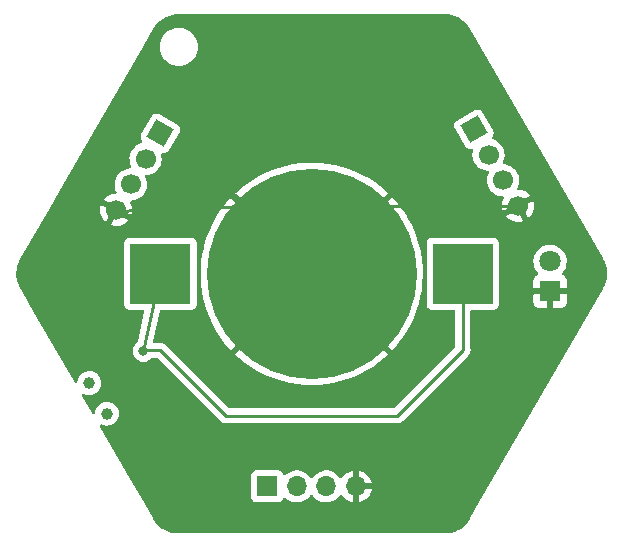
<source format=gbr>
%TF.GenerationSoftware,KiCad,Pcbnew,(6.0.5-0)*%
%TF.CreationDate,2022-06-08T15:31:10+08:00*%
%TF.ProjectId,dtl,64746c2e-6b69-4636-9164-5f7063625858,rev?*%
%TF.SameCoordinates,Original*%
%TF.FileFunction,Copper,L2,Bot*%
%TF.FilePolarity,Positive*%
%FSLAX46Y46*%
G04 Gerber Fmt 4.6, Leading zero omitted, Abs format (unit mm)*
G04 Created by KiCad (PCBNEW (6.0.5-0)) date 2022-06-08 15:31:10*
%MOMM*%
%LPD*%
G01*
G04 APERTURE LIST*
G04 Aperture macros list*
%AMHorizOval*
0 Thick line with rounded ends*
0 $1 width*
0 $2 $3 position (X,Y) of the first rounded end (center of the circle)*
0 $4 $5 position (X,Y) of the second rounded end (center of the circle)*
0 Add line between two ends*
20,1,$1,$2,$3,$4,$5,0*
0 Add two circle primitives to create the rounded ends*
1,1,$1,$2,$3*
1,1,$1,$4,$5*%
%AMRotRect*
0 Rectangle, with rotation*
0 The origin of the aperture is its center*
0 $1 length*
0 $2 width*
0 $3 Rotation angle, in degrees counterclockwise*
0 Add horizontal line*
21,1,$1,$2,0,0,$3*%
G04 Aperture macros list end*
%TA.AperFunction,ComponentPad*%
%ADD10C,1.000000*%
%TD*%
%TA.AperFunction,ComponentPad*%
%ADD11RotRect,1.700000X1.700000X330.000000*%
%TD*%
%TA.AperFunction,ComponentPad*%
%ADD12HorizOval,1.700000X0.000000X0.000000X0.000000X0.000000X0*%
%TD*%
%TA.AperFunction,ComponentPad*%
%ADD13R,1.700000X1.700000*%
%TD*%
%TA.AperFunction,ComponentPad*%
%ADD14O,1.700000X1.700000*%
%TD*%
%TA.AperFunction,SMDPad,CuDef*%
%ADD15R,5.100000X5.100000*%
%TD*%
%TA.AperFunction,SMDPad,CuDef*%
%ADD16C,17.800000*%
%TD*%
%TA.AperFunction,ComponentPad*%
%ADD17R,1.800000X1.800000*%
%TD*%
%TA.AperFunction,ComponentPad*%
%ADD18C,1.800000*%
%TD*%
%TA.AperFunction,ComponentPad*%
%ADD19RotRect,1.700000X1.700000X30.000000*%
%TD*%
%TA.AperFunction,ComponentPad*%
%ADD20HorizOval,1.700000X0.000000X0.000000X0.000000X0.000000X0*%
%TD*%
%TA.AperFunction,ViaPad*%
%ADD21C,0.800000*%
%TD*%
%TA.AperFunction,Conductor*%
%ADD22C,0.250000*%
%TD*%
G04 APERTURE END LIST*
D10*
%TO.P,SW2,8*%
%TO.N,N/C*%
X197277937Y-69351631D03*
%TO.P,SW2,9*%
X198777937Y-71949707D03*
%TD*%
D11*
%TO.P,J1,1,Pin_1*%
%TO.N,Net-(Q7-Pad2)*%
X203300000Y-48209104D03*
D12*
%TO.P,J1,2,Pin_2*%
%TO.N,Net-(D1-Pad1)*%
X202050000Y-50374168D03*
%TO.P,J1,3,Pin_3*%
%TO.N,unconnected-(J1-Pad3)*%
X200800000Y-52539231D03*
%TO.P,J1,4,Pin_4*%
%TO.N,GND2*%
X199550000Y-54704295D03*
%TD*%
D13*
%TO.P,J3,1,Pin_1*%
%TO.N,Net-(Q7-Pad2)*%
X212361606Y-78110669D03*
D14*
%TO.P,J3,2,Pin_2*%
%TO.N,unconnected-(J3-Pad2)*%
X214861606Y-78110669D03*
%TO.P,J3,3,Pin_3*%
%TO.N,Net-(D8-Pad1)*%
X217361606Y-78110669D03*
%TO.P,J3,4,Pin_4*%
%TO.N,GND2*%
X219861606Y-78110669D03*
%TD*%
D15*
%TO.P,BT1,1,+*%
%TO.N,Net-(BT1-Pad1)*%
X203311606Y-60110669D03*
X228911606Y-60110669D03*
D16*
%TO.P,BT1,2,-*%
%TO.N,GND2*%
X216111606Y-60110669D03*
%TD*%
D17*
%TO.P,D12,1,K*%
%TO.N,GND2*%
X236296106Y-61606669D03*
D18*
%TO.P,D12,2,A*%
%TO.N,Net-(D12-Pad2)*%
X236296106Y-59066669D03*
%TD*%
D19*
%TO.P,J9,1,Pin_1*%
%TO.N,unconnected-(J9-Pad1)*%
X229834106Y-47865669D03*
D20*
%TO.P,J9,2,Pin_2*%
%TO.N,Net-(J9-Pad2)*%
X231084106Y-50030733D03*
%TO.P,J9,3,Pin_3*%
X232334106Y-52195796D03*
%TO.P,J9,4,Pin_4*%
%TO.N,GND2*%
X233584106Y-54360860D03*
%TD*%
D21*
%TO.N,Net-(BT1-Pad1)*%
X201860000Y-66650000D03*
%TO.N,GND2*%
X216300000Y-43800000D03*
%TD*%
D22*
%TO.N,GND2*%
X221861415Y-54360860D02*
X216111606Y-60110669D01*
X210355901Y-54354964D02*
X216111606Y-60110669D01*
X233584106Y-54360860D02*
X221861415Y-54360860D01*
X199550000Y-54804295D02*
X210355901Y-54354964D01*
%TO.N,Net-(BT1-Pad1)*%
X203311606Y-66590169D02*
X208864106Y-72142669D01*
X203311606Y-60110669D02*
X201860000Y-66650000D01*
X228911606Y-66536169D02*
X228911606Y-60110669D01*
X208864106Y-72142669D02*
X223342106Y-72142669D01*
X228930106Y-66554669D02*
X228911606Y-66536169D01*
X223342106Y-72142669D02*
X228930106Y-66554669D01*
X201919831Y-66590169D02*
X201860000Y-66650000D01*
X203311606Y-66590169D02*
X201919831Y-66590169D01*
%TD*%
%TA.AperFunction,Conductor*%
%TO.N,GND2*%
G36*
X227338348Y-38113265D02*
G01*
X227353174Y-38115574D01*
X227353181Y-38115574D01*
X227362049Y-38116955D01*
X227370952Y-38115791D01*
X227370954Y-38115791D01*
X227379661Y-38114653D01*
X227403321Y-38113803D01*
X227567556Y-38123370D01*
X227650246Y-38128186D01*
X227664791Y-38129886D01*
X227811978Y-38155840D01*
X227935683Y-38177654D01*
X227949940Y-38181034D01*
X228213432Y-38259920D01*
X228227201Y-38264931D01*
X228479771Y-38373881D01*
X228492864Y-38380457D01*
X228731064Y-38517982D01*
X228743306Y-38526033D01*
X228963942Y-38690290D01*
X228975167Y-38699709D01*
X229175238Y-38888467D01*
X229185292Y-38899124D01*
X229362095Y-39109828D01*
X229370845Y-39121581D01*
X229493159Y-39307546D01*
X229502787Y-39322185D01*
X229515029Y-39345964D01*
X229518400Y-39354677D01*
X229526686Y-39365495D01*
X229537757Y-39379949D01*
X229546847Y-39393566D01*
X240759679Y-58814759D01*
X240768073Y-58832297D01*
X240776730Y-58854674D01*
X240782186Y-58861797D01*
X240782188Y-58861801D01*
X240787528Y-58868773D01*
X240800094Y-58888837D01*
X240911107Y-59109884D01*
X240916907Y-59123330D01*
X241010983Y-59381798D01*
X241015186Y-59395835D01*
X241078622Y-59663488D01*
X241081166Y-59677917D01*
X241113101Y-59951117D01*
X241113953Y-59965745D01*
X241113956Y-60240807D01*
X241113104Y-60255432D01*
X241098247Y-60382555D01*
X241081175Y-60528632D01*
X241078631Y-60543062D01*
X241015201Y-60810713D01*
X241011000Y-60824747D01*
X240916934Y-61083208D01*
X240916930Y-61083218D01*
X240911126Y-61096673D01*
X240803457Y-61311067D01*
X240788990Y-61333553D01*
X240788634Y-61333995D01*
X240788629Y-61334003D01*
X240783000Y-61340992D01*
X240770793Y-61370392D01*
X240763552Y-61385060D01*
X230320918Y-79472233D01*
X229550715Y-80806264D01*
X229539727Y-80822296D01*
X229524675Y-80840983D01*
X229517864Y-80857386D01*
X229506777Y-80878289D01*
X229370851Y-81084954D01*
X229362106Y-81096700D01*
X229185302Y-81307404D01*
X229175247Y-81318062D01*
X228975173Y-81506820D01*
X228963950Y-81516237D01*
X228853637Y-81598360D01*
X228743325Y-81680482D01*
X228731083Y-81688534D01*
X228492875Y-81826060D01*
X228479780Y-81832636D01*
X228227212Y-81941579D01*
X228213443Y-81946590D01*
X227949948Y-82025470D01*
X227935690Y-82028849D01*
X227664814Y-82076606D01*
X227650261Y-82078307D01*
X227541726Y-82084626D01*
X227410389Y-82092273D01*
X227383680Y-82090984D01*
X227374618Y-82089573D01*
X227365715Y-82090737D01*
X227365713Y-82090737D01*
X227343043Y-82093701D01*
X227326709Y-82094764D01*
X204901040Y-82094764D01*
X204881652Y-82093263D01*
X204866826Y-82090954D01*
X204866819Y-82090954D01*
X204857951Y-82089573D01*
X204849048Y-82090737D01*
X204849046Y-82090737D01*
X204840339Y-82091875D01*
X204816679Y-82092725D01*
X204652850Y-82083182D01*
X204569749Y-82078342D01*
X204555201Y-82076641D01*
X204419756Y-82052759D01*
X204284313Y-82028876D01*
X204270057Y-82025497D01*
X204006549Y-81946610D01*
X203992786Y-81941601D01*
X203837805Y-81874750D01*
X203740206Y-81832651D01*
X203727113Y-81826075D01*
X203488906Y-81688551D01*
X203476664Y-81680500D01*
X203256021Y-81516245D01*
X203244804Y-81506834D01*
X203044712Y-81318068D01*
X203034669Y-81307423D01*
X202857848Y-81096711D01*
X202849098Y-81084958D01*
X202717314Y-80884607D01*
X202705072Y-80860831D01*
X202704830Y-80860204D01*
X202704827Y-80860199D01*
X202701591Y-80851835D01*
X202682241Y-80826574D01*
X202673149Y-80812954D01*
X201631522Y-79008803D01*
X211003106Y-79008803D01*
X211009861Y-79070985D01*
X211060991Y-79207374D01*
X211148345Y-79323930D01*
X211264901Y-79411284D01*
X211401290Y-79462414D01*
X211463472Y-79469169D01*
X213259740Y-79469169D01*
X213321922Y-79462414D01*
X213458311Y-79411284D01*
X213574867Y-79323930D01*
X213662221Y-79207374D01*
X213694121Y-79122281D01*
X213736762Y-79065516D01*
X213803324Y-79040816D01*
X213872673Y-79056023D01*
X213899891Y-79077985D01*
X213900776Y-79077081D01*
X213904470Y-79080698D01*
X213907856Y-79084607D01*
X214079732Y-79227301D01*
X214272606Y-79340007D01*
X214481298Y-79419699D01*
X214486366Y-79420730D01*
X214486369Y-79420731D01*
X214581468Y-79440079D01*
X214700203Y-79464236D01*
X214705378Y-79464426D01*
X214705380Y-79464426D01*
X214918279Y-79472233D01*
X214918283Y-79472233D01*
X214923443Y-79472422D01*
X214928563Y-79471766D01*
X214928565Y-79471766D01*
X215139894Y-79444694D01*
X215139895Y-79444694D01*
X215145022Y-79444037D01*
X215149972Y-79442552D01*
X215354035Y-79381330D01*
X215354040Y-79381328D01*
X215358990Y-79379843D01*
X215559600Y-79281565D01*
X215741466Y-79151842D01*
X215771131Y-79122281D01*
X215885006Y-79008803D01*
X215899702Y-78994158D01*
X215959420Y-78911052D01*
X216010287Y-78840262D01*
X216066282Y-78796614D01*
X216136985Y-78790168D01*
X216199950Y-78822971D01*
X216220043Y-78847954D01*
X216258893Y-78911352D01*
X216258897Y-78911357D01*
X216261593Y-78915757D01*
X216407856Y-79084607D01*
X216579732Y-79227301D01*
X216772606Y-79340007D01*
X216981298Y-79419699D01*
X216986366Y-79420730D01*
X216986369Y-79420731D01*
X217081468Y-79440079D01*
X217200203Y-79464236D01*
X217205378Y-79464426D01*
X217205380Y-79464426D01*
X217418279Y-79472233D01*
X217418283Y-79472233D01*
X217423443Y-79472422D01*
X217428563Y-79471766D01*
X217428565Y-79471766D01*
X217639894Y-79444694D01*
X217639895Y-79444694D01*
X217645022Y-79444037D01*
X217649972Y-79442552D01*
X217854035Y-79381330D01*
X217854040Y-79381328D01*
X217858990Y-79379843D01*
X218059600Y-79281565D01*
X218241466Y-79151842D01*
X218271131Y-79122281D01*
X218385006Y-79008803D01*
X218399702Y-78994158D01*
X218459204Y-78911352D01*
X218510604Y-78839821D01*
X218566599Y-78796173D01*
X218637302Y-78789727D01*
X218700267Y-78822530D01*
X218720360Y-78847513D01*
X218759296Y-78911052D01*
X218765383Y-78919368D01*
X218904819Y-79080336D01*
X218912186Y-79087552D01*
X219076040Y-79223585D01*
X219084487Y-79229500D01*
X219268362Y-79336948D01*
X219277648Y-79341398D01*
X219476607Y-79417372D01*
X219486505Y-79420248D01*
X219589856Y-79441275D01*
X219603905Y-79440079D01*
X219607606Y-79429734D01*
X219607606Y-79429186D01*
X220115606Y-79429186D01*
X220119670Y-79443028D01*
X220133084Y-79445062D01*
X220139790Y-79444203D01*
X220149868Y-79442061D01*
X220353861Y-79380860D01*
X220363448Y-79377102D01*
X220554701Y-79283408D01*
X220563551Y-79278133D01*
X220736934Y-79154461D01*
X220744806Y-79147808D01*
X220895658Y-78997481D01*
X220902336Y-78989634D01*
X221026609Y-78816689D01*
X221031919Y-78807852D01*
X221126276Y-78616936D01*
X221130075Y-78607341D01*
X221191983Y-78403579D01*
X221194161Y-78393506D01*
X221195592Y-78382631D01*
X221193381Y-78368447D01*
X221180223Y-78364669D01*
X220133721Y-78364669D01*
X220118482Y-78369144D01*
X220117277Y-78370534D01*
X220115606Y-78378217D01*
X220115606Y-79429186D01*
X219607606Y-79429186D01*
X219607606Y-77838554D01*
X220115606Y-77838554D01*
X220120081Y-77853793D01*
X220121471Y-77854998D01*
X220129154Y-77856669D01*
X221179950Y-77856669D01*
X221193481Y-77852696D01*
X221194786Y-77843616D01*
X221152820Y-77676544D01*
X221149500Y-77666793D01*
X221064578Y-77471483D01*
X221059711Y-77462408D01*
X220944032Y-77283595D01*
X220937742Y-77275426D01*
X220794412Y-77117909D01*
X220786879Y-77110884D01*
X220619745Y-76978891D01*
X220611158Y-76973186D01*
X220424723Y-76870268D01*
X220415311Y-76866038D01*
X220214565Y-76794949D01*
X220204594Y-76792315D01*
X220133443Y-76779641D01*
X220120146Y-76781101D01*
X220115606Y-76795658D01*
X220115606Y-77838554D01*
X219607606Y-77838554D01*
X219607606Y-76793771D01*
X219603688Y-76780427D01*
X219589412Y-76778440D01*
X219550930Y-76784329D01*
X219540894Y-76786720D01*
X219338474Y-76852881D01*
X219328965Y-76856878D01*
X219140069Y-76955211D01*
X219131344Y-76960705D01*
X218961039Y-77088574D01*
X218953332Y-77095417D01*
X218806196Y-77249386D01*
X218799714Y-77257391D01*
X218715634Y-77380647D01*
X218660722Y-77425649D01*
X218590198Y-77433820D01*
X218526451Y-77402566D01*
X218505754Y-77378082D01*
X218444428Y-77283286D01*
X218444426Y-77283283D01*
X218441620Y-77278946D01*
X218291276Y-77113720D01*
X218287225Y-77110521D01*
X218287221Y-77110517D01*
X218120020Y-76978469D01*
X218120016Y-76978467D01*
X218115965Y-76975267D01*
X218079634Y-76955211D01*
X218063742Y-76946438D01*
X217920395Y-76867307D01*
X217915526Y-76865583D01*
X217915522Y-76865581D01*
X217714693Y-76794464D01*
X217714689Y-76794463D01*
X217709818Y-76792738D01*
X217704725Y-76791831D01*
X217704722Y-76791830D01*
X217494979Y-76754469D01*
X217494973Y-76754468D01*
X217489890Y-76753563D01*
X217416058Y-76752661D01*
X217271687Y-76750897D01*
X217271685Y-76750897D01*
X217266517Y-76750834D01*
X217045697Y-76784624D01*
X216833362Y-76854026D01*
X216635213Y-76957176D01*
X216631080Y-76960279D01*
X216631077Y-76960281D01*
X216548377Y-77022374D01*
X216456571Y-77091304D01*
X216302235Y-77252807D01*
X216215338Y-77380194D01*
X216160429Y-77425194D01*
X216089904Y-77433365D01*
X216026157Y-77402111D01*
X216005460Y-77377627D01*
X215944428Y-77283286D01*
X215944426Y-77283283D01*
X215941620Y-77278946D01*
X215791276Y-77113720D01*
X215787225Y-77110521D01*
X215787221Y-77110517D01*
X215620020Y-76978469D01*
X215620016Y-76978467D01*
X215615965Y-76975267D01*
X215579634Y-76955211D01*
X215563742Y-76946438D01*
X215420395Y-76867307D01*
X215415526Y-76865583D01*
X215415522Y-76865581D01*
X215214693Y-76794464D01*
X215214689Y-76794463D01*
X215209818Y-76792738D01*
X215204725Y-76791831D01*
X215204722Y-76791830D01*
X214994979Y-76754469D01*
X214994973Y-76754468D01*
X214989890Y-76753563D01*
X214916058Y-76752661D01*
X214771687Y-76750897D01*
X214771685Y-76750897D01*
X214766517Y-76750834D01*
X214545697Y-76784624D01*
X214333362Y-76854026D01*
X214135213Y-76957176D01*
X214131080Y-76960279D01*
X214131077Y-76960281D01*
X214048377Y-77022374D01*
X213956571Y-77091304D01*
X213953004Y-77095037D01*
X213952998Y-77095042D01*
X213904617Y-77145670D01*
X213843093Y-77181099D01*
X213772180Y-77177642D01*
X213714394Y-77136395D01*
X213695542Y-77102847D01*
X213665374Y-77022374D01*
X213665373Y-77022372D01*
X213662221Y-77013964D01*
X213574867Y-76897408D01*
X213458311Y-76810054D01*
X213321922Y-76758924D01*
X213259740Y-76752169D01*
X211463472Y-76752169D01*
X211401290Y-76758924D01*
X211264901Y-76810054D01*
X211148345Y-76897408D01*
X211060991Y-77013964D01*
X211009861Y-77150353D01*
X211003106Y-77212535D01*
X211003106Y-79008803D01*
X201631522Y-79008803D01*
X200395128Y-76867307D01*
X198187357Y-73043335D01*
X198170619Y-72974341D01*
X198193839Y-72907249D01*
X198249647Y-72863362D01*
X198320322Y-72856613D01*
X198357946Y-72870348D01*
X198366848Y-72875323D01*
X198366852Y-72875325D01*
X198372231Y-72878331D01*
X198560329Y-72939447D01*
X198756714Y-72962865D01*
X198762849Y-72962393D01*
X198762851Y-72962393D01*
X198947767Y-72948164D01*
X198947771Y-72948163D01*
X198953909Y-72947691D01*
X199144400Y-72894505D01*
X199149904Y-72891725D01*
X199149906Y-72891724D01*
X199315432Y-72808111D01*
X199315434Y-72808110D01*
X199320933Y-72805332D01*
X199476784Y-72683568D01*
X199606015Y-72533852D01*
X199703706Y-72361886D01*
X199766134Y-72174220D01*
X199790922Y-71978002D01*
X199791317Y-71949707D01*
X199772017Y-71752874D01*
X199714853Y-71563538D01*
X199622003Y-71388911D01*
X199551646Y-71302645D01*
X199500897Y-71240420D01*
X199500894Y-71240417D01*
X199497002Y-71235645D01*
X199490661Y-71230399D01*
X199349362Y-71113506D01*
X199349358Y-71113504D01*
X199344612Y-71109577D01*
X199170638Y-71015509D01*
X198981705Y-70957025D01*
X198975580Y-70956381D01*
X198975579Y-70956381D01*
X198791141Y-70936996D01*
X198791139Y-70936996D01*
X198785012Y-70936352D01*
X198702513Y-70943860D01*
X198594188Y-70953718D01*
X198594185Y-70953719D01*
X198588049Y-70954277D01*
X198582143Y-70956015D01*
X198582139Y-70956016D01*
X198477013Y-70986956D01*
X198398318Y-71010117D01*
X198392860Y-71012970D01*
X198392856Y-71012972D01*
X198302084Y-71060427D01*
X198223047Y-71101747D01*
X198068912Y-71225675D01*
X197941783Y-71377181D01*
X197938816Y-71382579D01*
X197938812Y-71382584D01*
X197870805Y-71506290D01*
X197846504Y-71550494D01*
X197844643Y-71556361D01*
X197844642Y-71556363D01*
X197788564Y-71733143D01*
X197786702Y-71739013D01*
X197774234Y-71850168D01*
X197772094Y-71869246D01*
X197744623Y-71934713D01*
X197686119Y-71974935D01*
X197615157Y-71977142D01*
X197554266Y-71940634D01*
X197537760Y-71918201D01*
X197445850Y-71759008D01*
X196687357Y-70445259D01*
X196670619Y-70376265D01*
X196693839Y-70309173D01*
X196749647Y-70265286D01*
X196820322Y-70258537D01*
X196857946Y-70272272D01*
X196866848Y-70277247D01*
X196866852Y-70277249D01*
X196872231Y-70280255D01*
X197060329Y-70341371D01*
X197256714Y-70364789D01*
X197262849Y-70364317D01*
X197262851Y-70364317D01*
X197447767Y-70350088D01*
X197447771Y-70350087D01*
X197453909Y-70349615D01*
X197644400Y-70296429D01*
X197649904Y-70293649D01*
X197649906Y-70293648D01*
X197815432Y-70210035D01*
X197815434Y-70210034D01*
X197820933Y-70207256D01*
X197976784Y-70085492D01*
X198106015Y-69935776D01*
X198203706Y-69763810D01*
X198266134Y-69576144D01*
X198290922Y-69379926D01*
X198291317Y-69351631D01*
X198272017Y-69154798D01*
X198214853Y-68965462D01*
X198122003Y-68790835D01*
X198051646Y-68704569D01*
X198000897Y-68642344D01*
X198000894Y-68642341D01*
X197997002Y-68637569D01*
X197990661Y-68632323D01*
X197849362Y-68515430D01*
X197849358Y-68515428D01*
X197844612Y-68511501D01*
X197670638Y-68417433D01*
X197481705Y-68358949D01*
X197475580Y-68358305D01*
X197475579Y-68358305D01*
X197291141Y-68338920D01*
X197291139Y-68338920D01*
X197285012Y-68338276D01*
X197202513Y-68345784D01*
X197094188Y-68355642D01*
X197094185Y-68355643D01*
X197088049Y-68356201D01*
X197082143Y-68357939D01*
X197082139Y-68357940D01*
X196977013Y-68388880D01*
X196898318Y-68412041D01*
X196892860Y-68414894D01*
X196892856Y-68414896D01*
X196802084Y-68462351D01*
X196723047Y-68503671D01*
X196568912Y-68627599D01*
X196441783Y-68779105D01*
X196438816Y-68784503D01*
X196438812Y-68784508D01*
X196413095Y-68831288D01*
X196346504Y-68952418D01*
X196344643Y-68958285D01*
X196344642Y-68958287D01*
X196321467Y-69031343D01*
X196286702Y-69140937D01*
X196274234Y-69252092D01*
X196272094Y-69271170D01*
X196244623Y-69336637D01*
X196186119Y-69376859D01*
X196115157Y-69379066D01*
X196054266Y-69342558D01*
X196037760Y-69320125D01*
X195972229Y-69206621D01*
X192869230Y-63832070D01*
X192220711Y-62708803D01*
X200253106Y-62708803D01*
X200259861Y-62770985D01*
X200310991Y-62907374D01*
X200398345Y-63023930D01*
X200514901Y-63111284D01*
X200651290Y-63162414D01*
X200713472Y-63169169D01*
X201826721Y-63169169D01*
X201894842Y-63189171D01*
X201941335Y-63242827D01*
X201951439Y-63313101D01*
X201949727Y-63322474D01*
X201399017Y-65803364D01*
X201393850Y-65826640D01*
X201359561Y-65888807D01*
X201344905Y-65901271D01*
X201269426Y-65956110D01*
X201248747Y-65971134D01*
X201244326Y-65976044D01*
X201244325Y-65976045D01*
X201156502Y-66073583D01*
X201120960Y-66113056D01*
X201025473Y-66278444D01*
X200966458Y-66460072D01*
X200965768Y-66466633D01*
X200965768Y-66466635D01*
X200952317Y-66594616D01*
X200946496Y-66650000D01*
X200947186Y-66656565D01*
X200964842Y-66824548D01*
X200966458Y-66839928D01*
X201025473Y-67021556D01*
X201028776Y-67027278D01*
X201028777Y-67027279D01*
X201032450Y-67033641D01*
X201120960Y-67186944D01*
X201248747Y-67328866D01*
X201403248Y-67441118D01*
X201409276Y-67443802D01*
X201409278Y-67443803D01*
X201571681Y-67516109D01*
X201577712Y-67518794D01*
X201671113Y-67538647D01*
X201758056Y-67557128D01*
X201758061Y-67557128D01*
X201764513Y-67558500D01*
X201955487Y-67558500D01*
X201961939Y-67557128D01*
X201961944Y-67557128D01*
X202048887Y-67538647D01*
X202142288Y-67518794D01*
X202148319Y-67516109D01*
X202310722Y-67443803D01*
X202310724Y-67443802D01*
X202316752Y-67441118D01*
X202471253Y-67328866D01*
X202528436Y-67265358D01*
X202588882Y-67228119D01*
X202622072Y-67223669D01*
X202997012Y-67223669D01*
X203065133Y-67243671D01*
X203086107Y-67260574D01*
X208360454Y-72534922D01*
X208367994Y-72543208D01*
X208372106Y-72549687D01*
X208377883Y-72555112D01*
X208421757Y-72596312D01*
X208424599Y-72599067D01*
X208444336Y-72618804D01*
X208447533Y-72621284D01*
X208456553Y-72628987D01*
X208488785Y-72659255D01*
X208495731Y-72663074D01*
X208495734Y-72663076D01*
X208506540Y-72669017D01*
X208523059Y-72679868D01*
X208539065Y-72692283D01*
X208546334Y-72695428D01*
X208546338Y-72695431D01*
X208579643Y-72709843D01*
X208590293Y-72715060D01*
X208629046Y-72736364D01*
X208636721Y-72738335D01*
X208636722Y-72738335D01*
X208648668Y-72741402D01*
X208667373Y-72747806D01*
X208685961Y-72755850D01*
X208693784Y-72757089D01*
X208693794Y-72757092D01*
X208729630Y-72762768D01*
X208741250Y-72765174D01*
X208773065Y-72773342D01*
X208784076Y-72776169D01*
X208804330Y-72776169D01*
X208824040Y-72777720D01*
X208844049Y-72780889D01*
X208851941Y-72780143D01*
X208870686Y-72778371D01*
X208888068Y-72776728D01*
X208899925Y-72776169D01*
X223263339Y-72776169D01*
X223274522Y-72776696D01*
X223282015Y-72778371D01*
X223289941Y-72778122D01*
X223289942Y-72778122D01*
X223350092Y-72776231D01*
X223354051Y-72776169D01*
X223381962Y-72776169D01*
X223385897Y-72775672D01*
X223385962Y-72775664D01*
X223397799Y-72774731D01*
X223430057Y-72773717D01*
X223434076Y-72773591D01*
X223441995Y-72773342D01*
X223461449Y-72767690D01*
X223480806Y-72763682D01*
X223493036Y-72762137D01*
X223493037Y-72762137D01*
X223500903Y-72761143D01*
X223508274Y-72758224D01*
X223508276Y-72758224D01*
X223542018Y-72744865D01*
X223553248Y-72741020D01*
X223588089Y-72730898D01*
X223588090Y-72730898D01*
X223595699Y-72728687D01*
X223602518Y-72724654D01*
X223602523Y-72724652D01*
X223613134Y-72718376D01*
X223630882Y-72709681D01*
X223649723Y-72702221D01*
X223685493Y-72676233D01*
X223695413Y-72669717D01*
X223726641Y-72651249D01*
X223726644Y-72651247D01*
X223733468Y-72647211D01*
X223747789Y-72632890D01*
X223762823Y-72620049D01*
X223772800Y-72612800D01*
X223779213Y-72608141D01*
X223807404Y-72574064D01*
X223815394Y-72565285D01*
X229327288Y-67053391D01*
X229345559Y-67038275D01*
X229345816Y-67038100D01*
X229352377Y-67033641D01*
X229363032Y-67021556D01*
X229389524Y-66991506D01*
X229394943Y-66985736D01*
X229406240Y-66974439D01*
X229408665Y-66971313D01*
X229408670Y-66971307D01*
X229416032Y-66961815D01*
X229421081Y-66955712D01*
X229452985Y-66919525D01*
X229452989Y-66919519D01*
X229458226Y-66913579D01*
X229461966Y-66906239D01*
X229474675Y-66886212D01*
X229479719Y-66879710D01*
X229502017Y-66828182D01*
X229505386Y-66821023D01*
X229527295Y-66778024D01*
X229530892Y-66770965D01*
X229532620Y-66763235D01*
X229532622Y-66763229D01*
X229532690Y-66762923D01*
X229540017Y-66740370D01*
X229543287Y-66732814D01*
X229552069Y-66677363D01*
X229553553Y-66669590D01*
X229564079Y-66622502D01*
X229564080Y-66622490D01*
X229565808Y-66614760D01*
X229565549Y-66606519D01*
X229567038Y-66582851D01*
X229567085Y-66582554D01*
X229568325Y-66574726D01*
X229563042Y-66518831D01*
X229562545Y-66510933D01*
X229561029Y-66462701D01*
X229561029Y-66462700D01*
X229560780Y-66454780D01*
X229558482Y-66446869D01*
X229554038Y-66423573D01*
X229554009Y-66423268D01*
X229553263Y-66415377D01*
X229550578Y-66407918D01*
X229548849Y-66400185D01*
X229550193Y-66399884D01*
X229545106Y-66370729D01*
X229545106Y-63295169D01*
X229565108Y-63227048D01*
X229618764Y-63180555D01*
X229671106Y-63169169D01*
X231509740Y-63169169D01*
X231571922Y-63162414D01*
X231708311Y-63111284D01*
X231824867Y-63023930D01*
X231912221Y-62907374D01*
X231963351Y-62770985D01*
X231970106Y-62708803D01*
X231970106Y-62551338D01*
X234888107Y-62551338D01*
X234888477Y-62558159D01*
X234894001Y-62609021D01*
X234897627Y-62624273D01*
X234942782Y-62744723D01*
X234951320Y-62760318D01*
X235027821Y-62862393D01*
X235040382Y-62874954D01*
X235142457Y-62951455D01*
X235158052Y-62959993D01*
X235278500Y-63005147D01*
X235293755Y-63008774D01*
X235344620Y-63014300D01*
X235351434Y-63014669D01*
X236023991Y-63014669D01*
X236039230Y-63010194D01*
X236040435Y-63008804D01*
X236042106Y-63001121D01*
X236042106Y-62996553D01*
X236550106Y-62996553D01*
X236554581Y-63011792D01*
X236555971Y-63012997D01*
X236563654Y-63014668D01*
X237240775Y-63014668D01*
X237247596Y-63014298D01*
X237298458Y-63008774D01*
X237313710Y-63005148D01*
X237434160Y-62959993D01*
X237449755Y-62951455D01*
X237551830Y-62874954D01*
X237564391Y-62862393D01*
X237640892Y-62760318D01*
X237649430Y-62744723D01*
X237694584Y-62624275D01*
X237698211Y-62609020D01*
X237703737Y-62558155D01*
X237704106Y-62551341D01*
X237704106Y-61878784D01*
X237699631Y-61863545D01*
X237698241Y-61862340D01*
X237690558Y-61860669D01*
X236568221Y-61860669D01*
X236552982Y-61865144D01*
X236551777Y-61866534D01*
X236550106Y-61874217D01*
X236550106Y-62996553D01*
X236042106Y-62996553D01*
X236042106Y-61878784D01*
X236037631Y-61863545D01*
X236036241Y-61862340D01*
X236028558Y-61860669D01*
X234906222Y-61860669D01*
X234890983Y-61865144D01*
X234889778Y-61866534D01*
X234888107Y-61874217D01*
X234888107Y-62551338D01*
X231970106Y-62551338D01*
X231970106Y-59032138D01*
X234883201Y-59032138D01*
X234883498Y-59037291D01*
X234883498Y-59037294D01*
X234889173Y-59135710D01*
X234896533Y-59263366D01*
X234897670Y-59268412D01*
X234897671Y-59268418D01*
X234923223Y-59381798D01*
X234947452Y-59489311D01*
X234949394Y-59494093D01*
X234949395Y-59494097D01*
X235024037Y-59677917D01*
X235034590Y-59703906D01*
X235155607Y-59901388D01*
X235158988Y-59905291D01*
X235267759Y-60030860D01*
X235297241Y-60095445D01*
X235287126Y-60165718D01*
X235240625Y-60219366D01*
X235216752Y-60231339D01*
X235158050Y-60253346D01*
X235142457Y-60261883D01*
X235040382Y-60338384D01*
X235027821Y-60350945D01*
X234951320Y-60453020D01*
X234942782Y-60468615D01*
X234897628Y-60589063D01*
X234894001Y-60604318D01*
X234888475Y-60655183D01*
X234888106Y-60661997D01*
X234888106Y-61334554D01*
X234892581Y-61349793D01*
X234893971Y-61350998D01*
X234901654Y-61352669D01*
X237685990Y-61352669D01*
X237701229Y-61348194D01*
X237702434Y-61346804D01*
X237704105Y-61339121D01*
X237704105Y-60662000D01*
X237703735Y-60655179D01*
X237698211Y-60604317D01*
X237694585Y-60589065D01*
X237649430Y-60468615D01*
X237640892Y-60453020D01*
X237564391Y-60350945D01*
X237551830Y-60338384D01*
X237449755Y-60261883D01*
X237434158Y-60253344D01*
X237375521Y-60231362D01*
X237318756Y-60188721D01*
X237294056Y-60122159D01*
X237309263Y-60052810D01*
X237330809Y-60024130D01*
X237368747Y-59986323D01*
X237372409Y-59982674D01*
X237507564Y-59794586D01*
X237531513Y-59746130D01*
X237607890Y-59591591D01*
X237607891Y-59591589D01*
X237610184Y-59586949D01*
X237677514Y-59365340D01*
X237707746Y-59135710D01*
X237709433Y-59066669D01*
X237700207Y-58954450D01*
X237690879Y-58840987D01*
X237690878Y-58840981D01*
X237690455Y-58835836D01*
X237642303Y-58644135D01*
X237635290Y-58616213D01*
X237635289Y-58616209D01*
X237634031Y-58611202D01*
X237631972Y-58606466D01*
X237543736Y-58403537D01*
X237543734Y-58403534D01*
X237541676Y-58398800D01*
X237415870Y-58204334D01*
X237259993Y-58033027D01*
X237255942Y-58029828D01*
X237255938Y-58029824D01*
X237082283Y-57892680D01*
X237082278Y-57892677D01*
X237078229Y-57889479D01*
X237073713Y-57886986D01*
X237073710Y-57886984D01*
X236879985Y-57780042D01*
X236879981Y-57780040D01*
X236875461Y-57777545D01*
X236870592Y-57775821D01*
X236870588Y-57775819D01*
X236662009Y-57701957D01*
X236662005Y-57701956D01*
X236657134Y-57700231D01*
X236652041Y-57699324D01*
X236652038Y-57699323D01*
X236434201Y-57660520D01*
X236434195Y-57660519D01*
X236429112Y-57659614D01*
X236356202Y-57658723D01*
X236202687Y-57656848D01*
X236202685Y-57656848D01*
X236197517Y-57656785D01*
X235968570Y-57691819D01*
X235748420Y-57763775D01*
X235743832Y-57766163D01*
X235743828Y-57766165D01*
X235717171Y-57780042D01*
X235542978Y-57870721D01*
X235538845Y-57873824D01*
X235538842Y-57873826D01*
X235361896Y-58006681D01*
X235357761Y-58009786D01*
X235197745Y-58177233D01*
X235194831Y-58181505D01*
X235194830Y-58181506D01*
X235179258Y-58204334D01*
X235067225Y-58368568D01*
X234969708Y-58578650D01*
X234907813Y-58801838D01*
X234883201Y-59032138D01*
X231970106Y-59032138D01*
X231970106Y-57512535D01*
X231963351Y-57450353D01*
X231912221Y-57313964D01*
X231824867Y-57197408D01*
X231708311Y-57110054D01*
X231571922Y-57058924D01*
X231509740Y-57052169D01*
X226313472Y-57052169D01*
X226251290Y-57058924D01*
X226114901Y-57110054D01*
X225998345Y-57197408D01*
X225910991Y-57313964D01*
X225859861Y-57450353D01*
X225853106Y-57512535D01*
X225853106Y-62708803D01*
X225859861Y-62770985D01*
X225910991Y-62907374D01*
X225998345Y-63023930D01*
X226114901Y-63111284D01*
X226251290Y-63162414D01*
X226313472Y-63169169D01*
X228152106Y-63169169D01*
X228220227Y-63189171D01*
X228266720Y-63242827D01*
X228278106Y-63295169D01*
X228278106Y-66258574D01*
X228258104Y-66326695D01*
X228241201Y-66347669D01*
X223116606Y-71472264D01*
X223054294Y-71506290D01*
X223027511Y-71509169D01*
X209178700Y-71509169D01*
X209110579Y-71489167D01*
X209089605Y-71472264D01*
X204559898Y-66942556D01*
X209645259Y-66942556D01*
X209645283Y-66942895D01*
X209651106Y-66951527D01*
X209984321Y-67256329D01*
X209987452Y-67259013D01*
X210458220Y-67636844D01*
X210461503Y-67639309D01*
X210955694Y-67985988D01*
X210959121Y-67988231D01*
X211474666Y-68302304D01*
X211478201Y-68304304D01*
X212012974Y-68584471D01*
X212016612Y-68586230D01*
X212568318Y-68831288D01*
X212572108Y-68832827D01*
X213138478Y-69041772D01*
X213142343Y-69043058D01*
X213721021Y-69215019D01*
X213724962Y-69216053D01*
X214313523Y-69350311D01*
X214317518Y-69351088D01*
X214913536Y-69447088D01*
X214917575Y-69447605D01*
X215518524Y-69504941D01*
X215522593Y-69505197D01*
X216125990Y-69523633D01*
X216130076Y-69523625D01*
X216733418Y-69503083D01*
X216737462Y-69502814D01*
X217338228Y-69443379D01*
X217342264Y-69442848D01*
X217937927Y-69344771D01*
X217941930Y-69343978D01*
X218530031Y-69207664D01*
X218533951Y-69206621D01*
X219112048Y-69032633D01*
X219115881Y-69031343D01*
X219681520Y-68820422D01*
X219685313Y-68818866D01*
X220236150Y-68571888D01*
X220239811Y-68570102D01*
X220773593Y-68288075D01*
X220777099Y-68286075D01*
X221291569Y-67970190D01*
X221294966Y-67967949D01*
X221787973Y-67619527D01*
X221791197Y-67617089D01*
X222260706Y-67237566D01*
X222263773Y-67234919D01*
X222569460Y-66953332D01*
X222577638Y-66939715D01*
X222577624Y-66939256D01*
X222572279Y-66930552D01*
X216124418Y-60482691D01*
X216110474Y-60475077D01*
X216108641Y-60475208D01*
X216102026Y-60479459D01*
X209652873Y-66928612D01*
X209645259Y-66942556D01*
X204559898Y-66942556D01*
X203815258Y-66197916D01*
X203807718Y-66189630D01*
X203803606Y-66183151D01*
X203753954Y-66136525D01*
X203751113Y-66133771D01*
X203731376Y-66114034D01*
X203728179Y-66111554D01*
X203719157Y-66103849D01*
X203692706Y-66079010D01*
X203686927Y-66073583D01*
X203679981Y-66069764D01*
X203679978Y-66069762D01*
X203669172Y-66063821D01*
X203652653Y-66052970D01*
X203652189Y-66052610D01*
X203636647Y-66040555D01*
X203629378Y-66037410D01*
X203629374Y-66037407D01*
X203596069Y-66022995D01*
X203585419Y-66017778D01*
X203546666Y-65996474D01*
X203527043Y-65991436D01*
X203508340Y-65985032D01*
X203497026Y-65980136D01*
X203497025Y-65980136D01*
X203489751Y-65976988D01*
X203481928Y-65975749D01*
X203481918Y-65975746D01*
X203446082Y-65970070D01*
X203434462Y-65967664D01*
X203399317Y-65958641D01*
X203399316Y-65958641D01*
X203391636Y-65956669D01*
X203371382Y-65956669D01*
X203351671Y-65955118D01*
X203339492Y-65953189D01*
X203331663Y-65951949D01*
X203323771Y-65952695D01*
X203287645Y-65956110D01*
X203275787Y-65956669D01*
X202819863Y-65956669D01*
X202751742Y-65936667D01*
X202705249Y-65883011D01*
X202695145Y-65812737D01*
X202696857Y-65803364D01*
X203259690Y-63267864D01*
X203293979Y-63205697D01*
X203356435Y-63171936D01*
X203382696Y-63169169D01*
X205909740Y-63169169D01*
X205971922Y-63162414D01*
X206108311Y-63111284D01*
X206224867Y-63023930D01*
X206312221Y-62907374D01*
X206363351Y-62770985D01*
X206370106Y-62708803D01*
X206370106Y-60322183D01*
X206701009Y-60322183D01*
X206701101Y-60326257D01*
X206734273Y-60929037D01*
X206734628Y-60933089D01*
X206806634Y-61532491D01*
X206807244Y-61536481D01*
X206917779Y-62129986D01*
X206918651Y-62133951D01*
X207067253Y-62719074D01*
X207068378Y-62722972D01*
X207254433Y-63297293D01*
X207255809Y-63301114D01*
X207478529Y-63862210D01*
X207480160Y-63865961D01*
X207738621Y-64411508D01*
X207740479Y-64415122D01*
X208033625Y-64942886D01*
X208035700Y-64946353D01*
X208362289Y-65454093D01*
X208364605Y-65457450D01*
X208723259Y-65943028D01*
X208725790Y-65946233D01*
X209115040Y-66407664D01*
X209117767Y-66410693D01*
X209269161Y-66568290D01*
X209282946Y-66576180D01*
X209284110Y-66576120D01*
X209291743Y-66571322D01*
X215739584Y-60123481D01*
X215745962Y-60111801D01*
X216476014Y-60111801D01*
X216476145Y-60113634D01*
X216480396Y-60120249D01*
X222928568Y-66568421D01*
X222942512Y-66576035D01*
X222943556Y-66575961D01*
X222951249Y-66570887D01*
X223127393Y-66386242D01*
X223130116Y-66383196D01*
X223517758Y-65920403D01*
X223520252Y-65917223D01*
X223877227Y-65430370D01*
X223879527Y-65427010D01*
X224204338Y-64918141D01*
X224206409Y-64914653D01*
X224497710Y-64385871D01*
X224499546Y-64382269D01*
X224756118Y-63835789D01*
X224757720Y-63832070D01*
X224978490Y-63270171D01*
X224979847Y-63266361D01*
X225163899Y-62691383D01*
X225165005Y-62687501D01*
X225311572Y-62101834D01*
X225312424Y-62097890D01*
X225420887Y-61504004D01*
X225421488Y-61499979D01*
X225491396Y-60900367D01*
X225491738Y-60896290D01*
X225522844Y-60292681D01*
X225522924Y-60290064D01*
X225524633Y-60112006D01*
X225524603Y-60109330D01*
X225505092Y-59505257D01*
X225504829Y-59501199D01*
X225446442Y-58900331D01*
X225445922Y-58896321D01*
X225348881Y-58300465D01*
X225348093Y-58296452D01*
X225212812Y-57708143D01*
X225211766Y-57704187D01*
X225038801Y-57125832D01*
X225037503Y-57121951D01*
X224827565Y-56555931D01*
X224826039Y-56552193D01*
X224580011Y-56000900D01*
X224578231Y-55997235D01*
X224297143Y-55462972D01*
X224295134Y-55459437D01*
X224165991Y-55248281D01*
X232562406Y-55248281D01*
X232568594Y-55262733D01*
X232627323Y-55330532D01*
X232634685Y-55337742D01*
X232798540Y-55473776D01*
X232806987Y-55479691D01*
X232990862Y-55587139D01*
X233000148Y-55591589D01*
X233199107Y-55667563D01*
X233209005Y-55670439D01*
X233417701Y-55712898D01*
X233427929Y-55714117D01*
X233640756Y-55721922D01*
X233651042Y-55721455D01*
X233862291Y-55694394D01*
X233872368Y-55692252D01*
X234014516Y-55649605D01*
X234026332Y-55641913D01*
X234024896Y-55632330D01*
X233500193Y-54723519D01*
X233488698Y-54712559D01*
X233486890Y-54712210D01*
X233479403Y-54714603D01*
X232571420Y-55238827D01*
X232562406Y-55248281D01*
X224165991Y-55248281D01*
X223980156Y-54944431D01*
X223977928Y-54941040D01*
X223630354Y-54447408D01*
X223627928Y-54444189D01*
X223249225Y-53974018D01*
X223246581Y-53970945D01*
X222954419Y-53652663D01*
X222940815Y-53644461D01*
X222940416Y-53644473D01*
X222931623Y-53649862D01*
X216483628Y-60097857D01*
X216476014Y-60111801D01*
X215745962Y-60111801D01*
X215747198Y-60109537D01*
X215747067Y-60107704D01*
X215742816Y-60101089D01*
X209292412Y-53650685D01*
X209278468Y-53643071D01*
X209276663Y-53643200D01*
X209270010Y-53647479D01*
X209239989Y-53677554D01*
X209237227Y-53680504D01*
X208839166Y-54134406D01*
X208836601Y-54137529D01*
X208468666Y-54616166D01*
X208466303Y-54619454D01*
X208130019Y-55120841D01*
X208127877Y-55124270D01*
X207824658Y-55646299D01*
X207822732Y-55649877D01*
X207553838Y-56190375D01*
X207552141Y-56194084D01*
X207318684Y-56750815D01*
X207317244Y-56754585D01*
X207120192Y-57325248D01*
X207118996Y-57329112D01*
X206959192Y-57911260D01*
X206958235Y-57915247D01*
X206836335Y-58506475D01*
X206835639Y-58510504D01*
X206752145Y-59108382D01*
X206751713Y-59112426D01*
X206706973Y-59714471D01*
X206706803Y-59718529D01*
X206701009Y-60322183D01*
X206370106Y-60322183D01*
X206370106Y-57512535D01*
X206363351Y-57450353D01*
X206312221Y-57313964D01*
X206224867Y-57197408D01*
X206108311Y-57110054D01*
X205971922Y-57058924D01*
X205909740Y-57052169D01*
X200713472Y-57052169D01*
X200651290Y-57058924D01*
X200514901Y-57110054D01*
X200398345Y-57197408D01*
X200310991Y-57313964D01*
X200259861Y-57450353D01*
X200253106Y-57512535D01*
X200253106Y-62708803D01*
X192220711Y-62708803D01*
X191460322Y-61391770D01*
X191451928Y-61374232D01*
X191446510Y-61360227D01*
X191446510Y-61360226D01*
X191443271Y-61351855D01*
X191432475Y-61337760D01*
X191419906Y-61317691D01*
X191308903Y-61096662D01*
X191303100Y-61083208D01*
X191209024Y-60824733D01*
X191204821Y-60810695D01*
X191141391Y-60543052D01*
X191138847Y-60528623D01*
X191115196Y-60326257D01*
X191106918Y-60255429D01*
X191106066Y-60240805D01*
X191106069Y-59965748D01*
X191106921Y-59951120D01*
X191125761Y-59789947D01*
X191138857Y-59677915D01*
X191141401Y-59663490D01*
X191204836Y-59395853D01*
X191209037Y-59381820D01*
X191297411Y-59139028D01*
X191303118Y-59123347D01*
X191308921Y-59109895D01*
X191332316Y-59063315D01*
X191416744Y-58895210D01*
X191431214Y-58872724D01*
X191431360Y-58872543D01*
X191431363Y-58872538D01*
X191436990Y-58865552D01*
X191440431Y-58857265D01*
X191440433Y-58857262D01*
X191449202Y-58836146D01*
X191456448Y-58821469D01*
X193094165Y-55984859D01*
X199108436Y-55984859D01*
X199120027Y-55993824D01*
X199165006Y-56011000D01*
X199174891Y-56013872D01*
X199383595Y-56056333D01*
X199393823Y-56057552D01*
X199606650Y-56065357D01*
X199616936Y-56064890D01*
X199828185Y-56037829D01*
X199838262Y-56035687D01*
X200042255Y-55974486D01*
X200051842Y-55970728D01*
X200243095Y-55877034D01*
X200251945Y-55871759D01*
X200425328Y-55748087D01*
X200433200Y-55741434D01*
X200569000Y-55606105D01*
X200575781Y-55593739D01*
X200570651Y-55586861D01*
X199658660Y-55060323D01*
X199643225Y-55056578D01*
X199641485Y-55057181D01*
X199636198Y-55062997D01*
X199111679Y-55971489D01*
X199108436Y-55984859D01*
X193094165Y-55984859D01*
X193849744Y-54676158D01*
X198188050Y-54676158D01*
X198200309Y-54888772D01*
X198201745Y-54898992D01*
X198248565Y-55106741D01*
X198251645Y-55116570D01*
X198331770Y-55313898D01*
X198336413Y-55323089D01*
X198447694Y-55504683D01*
X198453777Y-55512994D01*
X198593213Y-55673962D01*
X198600580Y-55681177D01*
X198648916Y-55721307D01*
X198661337Y-55726665D01*
X198672339Y-55716449D01*
X199193972Y-54812955D01*
X199197717Y-54797520D01*
X199197114Y-54795780D01*
X199191298Y-54790493D01*
X198280758Y-54264791D01*
X198267053Y-54261466D01*
X198261532Y-54268488D01*
X198212864Y-54443977D01*
X198210933Y-54454095D01*
X198188302Y-54665869D01*
X198188050Y-54676158D01*
X193849744Y-54676158D01*
X194346477Y-53815792D01*
X198526096Y-53815792D01*
X198531917Y-53823211D01*
X199457030Y-54357325D01*
X200817673Y-55142892D01*
X200831378Y-55146217D01*
X200837450Y-55138495D01*
X200880378Y-54997202D01*
X200882555Y-54987132D01*
X200910590Y-54774182D01*
X200911109Y-54767507D01*
X200912572Y-54707659D01*
X200912378Y-54700941D01*
X200894781Y-54486899D01*
X200893096Y-54476719D01*
X200841214Y-54270170D01*
X200837894Y-54260419D01*
X200757883Y-54076405D01*
X200749063Y-54005959D01*
X200779730Y-53941927D01*
X200840147Y-53904639D01*
X200861867Y-53901216D01*
X200861837Y-53900984D01*
X201078288Y-53873256D01*
X201078289Y-53873256D01*
X201083416Y-53872599D01*
X201088366Y-53871114D01*
X201292429Y-53809892D01*
X201292434Y-53809890D01*
X201297384Y-53808405D01*
X201497994Y-53710127D01*
X201679860Y-53580404D01*
X201838096Y-53422720D01*
X201893805Y-53345193D01*
X201941026Y-53279477D01*
X209643696Y-53279477D01*
X209643831Y-53281339D01*
X209648059Y-53287912D01*
X216098794Y-59738647D01*
X216112738Y-59746261D01*
X216114571Y-59746130D01*
X216121186Y-59741879D01*
X222569409Y-53293656D01*
X222577023Y-53279712D01*
X222576945Y-53278610D01*
X222571932Y-53270994D01*
X222399413Y-53105844D01*
X222396383Y-53103125D01*
X221934256Y-52714667D01*
X221931084Y-52712171D01*
X221444855Y-52354346D01*
X221441497Y-52352038D01*
X220933207Y-52026348D01*
X220929689Y-52024251D01*
X220401451Y-51732046D01*
X220397826Y-51730191D01*
X219851831Y-51472683D01*
X219848063Y-51471053D01*
X219286594Y-51249318D01*
X219282765Y-51247947D01*
X218708108Y-51062891D01*
X218704233Y-51061780D01*
X218118835Y-50914195D01*
X218114874Y-50913332D01*
X217521194Y-50803836D01*
X217517172Y-50803227D01*
X216917635Y-50732267D01*
X216913633Y-50731924D01*
X216310742Y-50699800D01*
X216306725Y-50699716D01*
X215703048Y-50706565D01*
X215698986Y-50706742D01*
X215097022Y-50752533D01*
X215092995Y-50752970D01*
X214495266Y-50837508D01*
X214491229Y-50838212D01*
X213900193Y-50961147D01*
X213896245Y-50962103D01*
X213314371Y-51122923D01*
X213310479Y-51124136D01*
X212740185Y-51322175D01*
X212736402Y-51323628D01*
X212180087Y-51558053D01*
X212176388Y-51559754D01*
X211636364Y-51829589D01*
X211632762Y-51831537D01*
X211111299Y-52135644D01*
X211107835Y-52137817D01*
X210607058Y-52474961D01*
X210603767Y-52477334D01*
X210125801Y-52846083D01*
X210122646Y-52848682D01*
X209669454Y-53247523D01*
X209666506Y-53250291D01*
X209651296Y-53265528D01*
X209643696Y-53279477D01*
X201941026Y-53279477D01*
X201965435Y-53245508D01*
X201968453Y-53241308D01*
X201972949Y-53232212D01*
X202065136Y-53045684D01*
X202065137Y-53045682D01*
X202067430Y-53041042D01*
X202132370Y-52827300D01*
X202161529Y-52605821D01*
X202163156Y-52539231D01*
X202144852Y-52316592D01*
X202090431Y-52099933D01*
X202008418Y-51911316D01*
X201999598Y-51840872D01*
X202030265Y-51776840D01*
X202090681Y-51739552D01*
X202111874Y-51736211D01*
X202111837Y-51735921D01*
X202328288Y-51708193D01*
X202328289Y-51708193D01*
X202333416Y-51707536D01*
X202338366Y-51706051D01*
X202542429Y-51644829D01*
X202542434Y-51644827D01*
X202547384Y-51643342D01*
X202747994Y-51545064D01*
X202929860Y-51415341D01*
X202957481Y-51387817D01*
X203084435Y-51261305D01*
X203088096Y-51257657D01*
X203120052Y-51213186D01*
X203215435Y-51080445D01*
X203218453Y-51076245D01*
X203224705Y-51063596D01*
X203315136Y-50880621D01*
X203315137Y-50880619D01*
X203317430Y-50875979D01*
X203368902Y-50706565D01*
X203380865Y-50667191D01*
X203380865Y-50667189D01*
X203382370Y-50662237D01*
X203411529Y-50440758D01*
X203413156Y-50374168D01*
X203394852Y-50151529D01*
X203386616Y-50118738D01*
X203362610Y-50023167D01*
X203365414Y-49952226D01*
X203406127Y-49894063D01*
X203471822Y-49867144D01*
X203505498Y-49868182D01*
X203556956Y-49876747D01*
X203590609Y-49882348D01*
X203590611Y-49882348D01*
X203599467Y-49883822D01*
X203643722Y-49878506D01*
X203735172Y-49867520D01*
X203735175Y-49867519D01*
X203744084Y-49866449D01*
X203818417Y-49834667D01*
X203869760Y-49812715D01*
X203869762Y-49812714D01*
X203878013Y-49809186D01*
X203942317Y-49756273D01*
X203984383Y-49721659D01*
X203984385Y-49721657D01*
X203990488Y-49716635D01*
X204027429Y-49666161D01*
X204925563Y-48110547D01*
X204950804Y-48053318D01*
X204956108Y-48021455D01*
X204973244Y-47918495D01*
X204973244Y-47918493D01*
X204974718Y-47909637D01*
X204957345Y-47765020D01*
X204900082Y-47631091D01*
X204876837Y-47602842D01*
X204846688Y-47566202D01*
X228159388Y-47566202D01*
X228160862Y-47575058D01*
X228160862Y-47575060D01*
X228171562Y-47639344D01*
X228183302Y-47709883D01*
X228208543Y-47767112D01*
X229106677Y-49322726D01*
X229143618Y-49373200D01*
X229149721Y-49378222D01*
X229149723Y-49378224D01*
X229165642Y-49391323D01*
X229256093Y-49465751D01*
X229264344Y-49469279D01*
X229264346Y-49469280D01*
X229315689Y-49491232D01*
X229390022Y-49523014D01*
X229398931Y-49524084D01*
X229398934Y-49524085D01*
X229475495Y-49533282D01*
X229534639Y-49540387D01*
X229543495Y-49538913D01*
X229543497Y-49538913D01*
X229600242Y-49529468D01*
X229628674Y-49524736D01*
X229699153Y-49533282D01*
X229753825Y-49578577D01*
X229775329Y-49646238D01*
X229770777Y-49682698D01*
X229745095Y-49775303D01*
X229721357Y-49997428D01*
X229721654Y-50002581D01*
X229721654Y-50002584D01*
X229728648Y-50123875D01*
X229734216Y-50220448D01*
X229735353Y-50225494D01*
X229735354Y-50225500D01*
X229755225Y-50313672D01*
X229783328Y-50438372D01*
X229867372Y-50645349D01*
X229877721Y-50662237D01*
X229964493Y-50803836D01*
X229984093Y-50835821D01*
X230130356Y-51004671D01*
X230302232Y-51147365D01*
X230495106Y-51260071D01*
X230703798Y-51339763D01*
X230708866Y-51340794D01*
X230708869Y-51340795D01*
X230804509Y-51360253D01*
X230922703Y-51384300D01*
X230927878Y-51384490D01*
X230927880Y-51384490D01*
X231018612Y-51387817D01*
X231085954Y-51410302D01*
X231130450Y-51465625D01*
X231137972Y-51536222D01*
X231128283Y-51566782D01*
X231063637Y-51706051D01*
X231054794Y-51725101D01*
X230995095Y-51940366D01*
X230971357Y-52162491D01*
X230971654Y-52167644D01*
X230971654Y-52167647D01*
X230978648Y-52288938D01*
X230984216Y-52385511D01*
X230985353Y-52390557D01*
X230985354Y-52390563D01*
X231005225Y-52478735D01*
X231033328Y-52603435D01*
X231117372Y-52810412D01*
X231234093Y-53000884D01*
X231380356Y-53169734D01*
X231511498Y-53278610D01*
X231534737Y-53297903D01*
X231552232Y-53312428D01*
X231745106Y-53425134D01*
X231953798Y-53504826D01*
X231958866Y-53505857D01*
X231958869Y-53505858D01*
X232066485Y-53527753D01*
X232172703Y-53549363D01*
X232177877Y-53549553D01*
X232177879Y-53549553D01*
X232269155Y-53552900D01*
X232336496Y-53575385D01*
X232380992Y-53630708D01*
X232388514Y-53701305D01*
X232378825Y-53731865D01*
X232307444Y-53885643D01*
X232303881Y-53895330D01*
X232246970Y-54100541D01*
X232245039Y-54110660D01*
X232222408Y-54322434D01*
X232222156Y-54332723D01*
X232234415Y-54545337D01*
X232235851Y-54555557D01*
X232282671Y-54763306D01*
X232285750Y-54773135D01*
X232293420Y-54792024D01*
X232302257Y-54803147D01*
X232315789Y-54799829D01*
X232907723Y-54458076D01*
X233935456Y-54458076D01*
X233937849Y-54465563D01*
X234463888Y-55376690D01*
X234474094Y-55386421D01*
X234482168Y-55383189D01*
X234618159Y-55247670D01*
X234624837Y-55239823D01*
X234749109Y-55066880D01*
X234754419Y-55058043D01*
X234848776Y-54867127D01*
X234852575Y-54857532D01*
X234914482Y-54653775D01*
X234916661Y-54643694D01*
X234944696Y-54430747D01*
X234945215Y-54424072D01*
X234946678Y-54364224D01*
X234946484Y-54357506D01*
X234928887Y-54143464D01*
X234927202Y-54133284D01*
X234875320Y-53926735D01*
X234875168Y-53926289D01*
X234867568Y-53917188D01*
X234854904Y-53920458D01*
X233946765Y-54444773D01*
X233935805Y-54456268D01*
X233935456Y-54458076D01*
X232907723Y-54458076D01*
X233677076Y-54013890D01*
X234597214Y-53482649D01*
X234606945Y-53472443D01*
X234603085Y-53462803D01*
X234516912Y-53368100D01*
X234509379Y-53361075D01*
X234342245Y-53229082D01*
X234333658Y-53223377D01*
X234147223Y-53120459D01*
X234137811Y-53116229D01*
X233937065Y-53045140D01*
X233927095Y-53042506D01*
X233717433Y-53005161D01*
X233707179Y-53004191D01*
X233651626Y-53003512D01*
X233583755Y-52982679D01*
X233537921Y-52928459D01*
X233528677Y-52858067D01*
X233540207Y-52821698D01*
X233601536Y-52697607D01*
X233648632Y-52542596D01*
X233664971Y-52488819D01*
X233664971Y-52488817D01*
X233666476Y-52483865D01*
X233695635Y-52262386D01*
X233697262Y-52195796D01*
X233678958Y-51973157D01*
X233624537Y-51756498D01*
X233535460Y-51551636D01*
X233484383Y-51472683D01*
X233416928Y-51368413D01*
X233416926Y-51368410D01*
X233414120Y-51364073D01*
X233263776Y-51198847D01*
X233259725Y-51195648D01*
X233259721Y-51195644D01*
X233092520Y-51063596D01*
X233092516Y-51063594D01*
X233088465Y-51060394D01*
X232892895Y-50952434D01*
X232888026Y-50950710D01*
X232888022Y-50950708D01*
X232687193Y-50879591D01*
X232687189Y-50879590D01*
X232682318Y-50877865D01*
X232677225Y-50876958D01*
X232677222Y-50876957D01*
X232467479Y-50839596D01*
X232467473Y-50839595D01*
X232462390Y-50838690D01*
X232401872Y-50837951D01*
X232334002Y-50817118D01*
X232288168Y-50762899D01*
X232278923Y-50692507D01*
X232290455Y-50656133D01*
X232349242Y-50537186D01*
X232349243Y-50537184D01*
X232351536Y-50532544D01*
X232398632Y-50377533D01*
X232414971Y-50323756D01*
X232414971Y-50323754D01*
X232416476Y-50318802D01*
X232445635Y-50097323D01*
X232447262Y-50030733D01*
X232428958Y-49808094D01*
X232374537Y-49591435D01*
X232285460Y-49386573D01*
X232242239Y-49319763D01*
X232166928Y-49203350D01*
X232166926Y-49203347D01*
X232164120Y-49199010D01*
X232013776Y-49033784D01*
X232009725Y-49030585D01*
X232009721Y-49030581D01*
X231842520Y-48898533D01*
X231842516Y-48898531D01*
X231838465Y-48895331D01*
X231642895Y-48787371D01*
X231638026Y-48785647D01*
X231638022Y-48785645D01*
X231432318Y-48712802D01*
X231433109Y-48710570D01*
X231380812Y-48678920D01*
X231349588Y-48615158D01*
X231357794Y-48544637D01*
X231376478Y-48513815D01*
X231434188Y-48443682D01*
X231491451Y-48309753D01*
X231508824Y-48165136D01*
X231507350Y-48156278D01*
X231486207Y-48029245D01*
X231486206Y-48029242D01*
X231484910Y-48021455D01*
X231459669Y-47964226D01*
X230561535Y-46408612D01*
X230524594Y-46358138D01*
X230518491Y-46353116D01*
X230518489Y-46353114D01*
X230419052Y-46271292D01*
X230419053Y-46271292D01*
X230412119Y-46265587D01*
X230403868Y-46262059D01*
X230403866Y-46262058D01*
X230293488Y-46214865D01*
X230278190Y-46208324D01*
X230269281Y-46207254D01*
X230269278Y-46207253D01*
X230177828Y-46196267D01*
X230133573Y-46190951D01*
X230124717Y-46192425D01*
X230124715Y-46192425D01*
X229997682Y-46213568D01*
X229997679Y-46213569D01*
X229989892Y-46214865D01*
X229932663Y-46240106D01*
X228377049Y-47138240D01*
X228326575Y-47175181D01*
X228234024Y-47287656D01*
X228176761Y-47421585D01*
X228175691Y-47430494D01*
X228175690Y-47430497D01*
X228165665Y-47513947D01*
X228159388Y-47566202D01*
X204846688Y-47566202D01*
X204812555Y-47524721D01*
X204812553Y-47524719D01*
X204807531Y-47518616D01*
X204757057Y-47481675D01*
X203201443Y-46583541D01*
X203144214Y-46558300D01*
X203136427Y-46557004D01*
X203136424Y-46557003D01*
X203009391Y-46535860D01*
X203009389Y-46535860D01*
X203000533Y-46534386D01*
X202956278Y-46539702D01*
X202864828Y-46550688D01*
X202864825Y-46550689D01*
X202855916Y-46551759D01*
X202840618Y-46558300D01*
X202730240Y-46605493D01*
X202730238Y-46605494D01*
X202721987Y-46609022D01*
X202715053Y-46614727D01*
X202715054Y-46614727D01*
X202615617Y-46696549D01*
X202615615Y-46696551D01*
X202609512Y-46701573D01*
X202572571Y-46752047D01*
X201674437Y-48307661D01*
X201649196Y-48364890D01*
X201647900Y-48372677D01*
X201647899Y-48372680D01*
X201626756Y-48499713D01*
X201625282Y-48508571D01*
X201642655Y-48653188D01*
X201699918Y-48787117D01*
X201705623Y-48794050D01*
X201759159Y-48859111D01*
X201786998Y-48924422D01*
X201775107Y-48994416D01*
X201727263Y-49046870D01*
X201701010Y-49058936D01*
X201521756Y-49117525D01*
X201323607Y-49220675D01*
X201319474Y-49223778D01*
X201319471Y-49223780D01*
X201184010Y-49325487D01*
X201144965Y-49354803D01*
X201141393Y-49358541D01*
X201038941Y-49465751D01*
X200990629Y-49516306D01*
X200987715Y-49520578D01*
X200987714Y-49520579D01*
X200974933Y-49539316D01*
X200864743Y-49700848D01*
X200857415Y-49716635D01*
X200779810Y-49883822D01*
X200770688Y-49903473D01*
X200710989Y-50118738D01*
X200687251Y-50340863D01*
X200687548Y-50346016D01*
X200687548Y-50346019D01*
X200692873Y-50438372D01*
X200700110Y-50563883D01*
X200701247Y-50568929D01*
X200701248Y-50568935D01*
X200718469Y-50645349D01*
X200749222Y-50781807D01*
X200833266Y-50988784D01*
X200835960Y-50993180D01*
X200837803Y-50996829D01*
X200850662Y-51066651D01*
X200823730Y-51132341D01*
X200765559Y-51173043D01*
X200723797Y-51179627D01*
X200714518Y-51179513D01*
X200710079Y-51179459D01*
X200710077Y-51179459D01*
X200704911Y-51179396D01*
X200484091Y-51213186D01*
X200271756Y-51282588D01*
X200073607Y-51385738D01*
X200069474Y-51388841D01*
X200069471Y-51388843D01*
X199899100Y-51516761D01*
X199894965Y-51519866D01*
X199740629Y-51681369D01*
X199614743Y-51865911D01*
X199520688Y-52068536D01*
X199460989Y-52283801D01*
X199437251Y-52505926D01*
X199437548Y-52511079D01*
X199437548Y-52511082D01*
X199442873Y-52603435D01*
X199450110Y-52728946D01*
X199451247Y-52733992D01*
X199451248Y-52733998D01*
X199468469Y-52810412D01*
X199499222Y-52946870D01*
X199583266Y-53153847D01*
X199585967Y-53158255D01*
X199588056Y-53162390D01*
X199600918Y-53232212D01*
X199573989Y-53297903D01*
X199515819Y-53338608D01*
X199474054Y-53345193D01*
X199460118Y-53345023D01*
X199449832Y-53345743D01*
X199239321Y-53377956D01*
X199229293Y-53380345D01*
X199026868Y-53446507D01*
X199017359Y-53450504D01*
X198828463Y-53548837D01*
X198819738Y-53554331D01*
X198649433Y-53682200D01*
X198641726Y-53689043D01*
X198532571Y-53803267D01*
X198526096Y-53815792D01*
X194346477Y-53815792D01*
X196679254Y-49775303D01*
X201803413Y-40900000D01*
X203246526Y-40900000D01*
X203266391Y-41152403D01*
X203325495Y-41398591D01*
X203422384Y-41632502D01*
X203554672Y-41848376D01*
X203719102Y-42040898D01*
X203911624Y-42205328D01*
X204127498Y-42337616D01*
X204132068Y-42339509D01*
X204132072Y-42339511D01*
X204356836Y-42432611D01*
X204361409Y-42434505D01*
X204446032Y-42454821D01*
X204602784Y-42492454D01*
X204602790Y-42492455D01*
X204607597Y-42493609D01*
X204707416Y-42501465D01*
X204794345Y-42508307D01*
X204794352Y-42508307D01*
X204796801Y-42508500D01*
X204923199Y-42508500D01*
X204925648Y-42508307D01*
X204925655Y-42508307D01*
X205012584Y-42501465D01*
X205112403Y-42493609D01*
X205117210Y-42492455D01*
X205117216Y-42492454D01*
X205273968Y-42454821D01*
X205358591Y-42434505D01*
X205363164Y-42432611D01*
X205587928Y-42339511D01*
X205587932Y-42339509D01*
X205592502Y-42337616D01*
X205808376Y-42205328D01*
X206000898Y-42040898D01*
X206165328Y-41848376D01*
X206297616Y-41632502D01*
X206394505Y-41398591D01*
X206453609Y-41152403D01*
X206473474Y-40900000D01*
X206453609Y-40647597D01*
X206394505Y-40401409D01*
X206297616Y-40167498D01*
X206165328Y-39951624D01*
X206000898Y-39759102D01*
X205808376Y-39594672D01*
X205592502Y-39462384D01*
X205587932Y-39460491D01*
X205587928Y-39460489D01*
X205363164Y-39367389D01*
X205363162Y-39367388D01*
X205358591Y-39365495D01*
X205244736Y-39338161D01*
X205117216Y-39307546D01*
X205117210Y-39307545D01*
X205112403Y-39306391D01*
X205012584Y-39298535D01*
X204925655Y-39291693D01*
X204925648Y-39291693D01*
X204923199Y-39291500D01*
X204796801Y-39291500D01*
X204794352Y-39291693D01*
X204794345Y-39291693D01*
X204707416Y-39298535D01*
X204607597Y-39306391D01*
X204602790Y-39307545D01*
X204602784Y-39307546D01*
X204475264Y-39338161D01*
X204361409Y-39365495D01*
X204356838Y-39367388D01*
X204356836Y-39367389D01*
X204132072Y-39460489D01*
X204132068Y-39460491D01*
X204127498Y-39462384D01*
X203911624Y-39594672D01*
X203719102Y-39759102D01*
X203554672Y-39951624D01*
X203422384Y-40167498D01*
X203325495Y-40401409D01*
X203266391Y-40647597D01*
X203246526Y-40900000D01*
X201803413Y-40900000D01*
X202669289Y-39400259D01*
X202680273Y-39384232D01*
X202695327Y-39365542D01*
X202698767Y-39357257D01*
X202698770Y-39357252D01*
X202702137Y-39349143D01*
X202713232Y-39328224D01*
X202849148Y-39121572D01*
X202857898Y-39109819D01*
X203034701Y-38899112D01*
X203044757Y-38888454D01*
X203244822Y-38699703D01*
X203256047Y-38690284D01*
X203476677Y-38526033D01*
X203488916Y-38517983D01*
X203727125Y-38380456D01*
X203740219Y-38373880D01*
X203992786Y-38264937D01*
X204006555Y-38259926D01*
X204020605Y-38255720D01*
X204270056Y-38181043D01*
X204284304Y-38177667D01*
X204555193Y-38129906D01*
X204569735Y-38128207D01*
X204692991Y-38121031D01*
X204809538Y-38114246D01*
X204836243Y-38115533D01*
X204836505Y-38115574D01*
X204836514Y-38115574D01*
X204845382Y-38116955D01*
X204866102Y-38114246D01*
X204876957Y-38112827D01*
X204893291Y-38111764D01*
X227318960Y-38111764D01*
X227338348Y-38113265D01*
G37*
%TD.AperFunction*%
%TD*%
M02*

</source>
